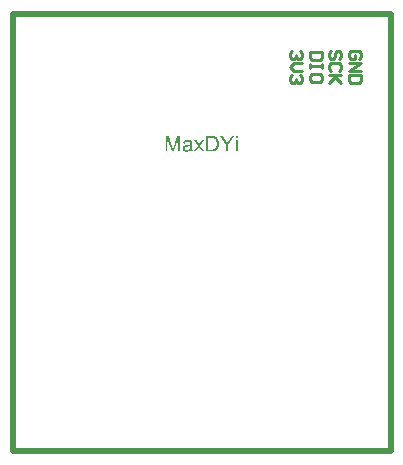
<source format=gto>
G04*
G04 #@! TF.GenerationSoftware,Altium Limited,Altium Designer,22.1.2 (22)*
G04*
G04 Layer_Color=65535*
%FSLAX25Y25*%
%MOIN*%
G70*
G04*
G04 #@! TF.SameCoordinates,F82994AF-303A-43CC-98E4-720CC67364FB*
G04*
G04*
G04 #@! TF.FilePolarity,Positive*
G04*
G01*
G75*
%ADD10C,0.02000*%
%ADD11C,0.01000*%
G36*
X75010Y116057D02*
X74381D01*
Y116774D01*
X75010D01*
Y116057D01*
D02*
G37*
G36*
X71806Y113822D02*
Y111653D01*
X71125D01*
Y113822D01*
X69149Y116774D01*
X69970D01*
X70977Y115220D01*
Y115213D01*
X70991Y115198D01*
X71006Y115176D01*
X71021Y115146D01*
X71051Y115109D01*
X71080Y115065D01*
X71147Y114954D01*
X71228Y114821D01*
X71317Y114673D01*
X71413Y114517D01*
X71502Y114355D01*
Y114362D01*
X71509Y114377D01*
X71524Y114399D01*
X71547Y114428D01*
X71569Y114465D01*
X71598Y114510D01*
X71665Y114621D01*
X71746Y114754D01*
X71842Y114910D01*
X71953Y115080D01*
X72072Y115265D01*
X73056Y116774D01*
X73848D01*
X71806Y113822D01*
D02*
G37*
G36*
X62555Y113577D02*
X63910Y111653D01*
X63140D01*
X62371Y112801D01*
X62193Y113074D01*
X61194Y111653D01*
X60432D01*
X61786Y113577D01*
X60535Y115368D01*
X61305D01*
X61889Y114488D01*
X61897Y114480D01*
X61919Y114451D01*
X61949Y114399D01*
X61986Y114347D01*
X62023Y114280D01*
X62067Y114214D01*
X62112Y114147D01*
X62148Y114081D01*
X62156Y114088D01*
X62178Y114118D01*
X62208Y114162D01*
X62245Y114214D01*
X62289Y114280D01*
X62334Y114347D01*
X62430Y114488D01*
X63059Y115368D01*
X63821D01*
X62555Y113577D01*
D02*
G37*
G36*
X55858Y111653D02*
X55207D01*
Y115938D01*
X53712Y111653D01*
X53106D01*
X51626Y116012D01*
Y111653D01*
X50975D01*
Y116774D01*
X51988D01*
X53202Y113141D01*
Y113134D01*
X53209Y113119D01*
X53217Y113096D01*
X53232Y113059D01*
X53261Y112971D01*
X53298Y112860D01*
X53335Y112734D01*
X53379Y112608D01*
X53417Y112490D01*
X53446Y112386D01*
X53453Y112401D01*
X53461Y112438D01*
X53483Y112504D01*
X53513Y112593D01*
X53550Y112712D01*
X53601Y112852D01*
X53653Y113015D01*
X53720Y113207D01*
X54948Y116774D01*
X55858D01*
Y111653D01*
D02*
G37*
G36*
X75010D02*
X74381D01*
Y115368D01*
X75010D01*
Y111653D01*
D02*
G37*
G36*
X66625Y116767D02*
X66773Y116760D01*
X66922Y116745D01*
X67070Y116723D01*
X67195Y116700D01*
X67203D01*
X67217Y116693D01*
X67240D01*
X67269Y116678D01*
X67351Y116656D01*
X67454Y116619D01*
X67573Y116567D01*
X67699Y116500D01*
X67824Y116427D01*
X67943Y116330D01*
X67950Y116323D01*
X67958Y116315D01*
X67980Y116293D01*
X68009Y116271D01*
X68083Y116197D01*
X68172Y116094D01*
X68268Y115968D01*
X68372Y115820D01*
X68468Y115649D01*
X68550Y115457D01*
Y115450D01*
X68557Y115435D01*
X68572Y115405D01*
X68579Y115361D01*
X68601Y115309D01*
X68616Y115250D01*
X68631Y115183D01*
X68653Y115102D01*
X68675Y115021D01*
X68690Y114924D01*
X68727Y114717D01*
X68749Y114488D01*
X68757Y114236D01*
Y114229D01*
Y114214D01*
Y114177D01*
Y114140D01*
X68749Y114088D01*
Y114029D01*
X68742Y113888D01*
X68720Y113725D01*
X68698Y113555D01*
X68660Y113378D01*
X68616Y113200D01*
Y113193D01*
X68609Y113178D01*
X68601Y113156D01*
X68594Y113126D01*
X68564Y113045D01*
X68520Y112941D01*
X68476Y112823D01*
X68416Y112704D01*
X68342Y112578D01*
X68268Y112460D01*
X68261Y112445D01*
X68231Y112408D01*
X68187Y112356D01*
X68128Y112290D01*
X68061Y112216D01*
X67980Y112142D01*
X67898Y112060D01*
X67802Y111994D01*
X67787Y111986D01*
X67758Y111964D01*
X67706Y111935D01*
X67632Y111898D01*
X67543Y111853D01*
X67440Y111816D01*
X67321Y111772D01*
X67188Y111735D01*
X67173D01*
X67151Y111727D01*
X67129Y111720D01*
X67055Y111713D01*
X66951Y111698D01*
X66833Y111683D01*
X66692Y111668D01*
X66537Y111661D01*
X66366Y111653D01*
X64524D01*
Y116774D01*
X66492D01*
X66625Y116767D01*
D02*
G37*
G36*
X58611Y115442D02*
X58722Y115435D01*
X58848Y115420D01*
X58974Y115398D01*
X59100Y115368D01*
X59218Y115331D01*
X59233Y115324D01*
X59270Y115309D01*
X59322Y115287D01*
X59388Y115257D01*
X59462Y115213D01*
X59536Y115168D01*
X59603Y115109D01*
X59662Y115050D01*
X59670Y115043D01*
X59684Y115021D01*
X59706Y114983D01*
X59736Y114939D01*
X59773Y114873D01*
X59803Y114806D01*
X59832Y114725D01*
X59855Y114628D01*
Y114621D01*
X59862Y114599D01*
X59869Y114554D01*
X59877Y114495D01*
Y114414D01*
X59884Y114318D01*
X59891Y114192D01*
Y114051D01*
Y113207D01*
Y113200D01*
Y113171D01*
Y113126D01*
Y113067D01*
Y113000D01*
Y112919D01*
X59899Y112741D01*
Y112556D01*
X59906Y112371D01*
X59914Y112290D01*
Y112216D01*
X59921Y112149D01*
X59929Y112098D01*
Y112090D01*
X59936Y112060D01*
X59943Y112016D01*
X59965Y111957D01*
X59980Y111890D01*
X60010Y111816D01*
X60047Y111735D01*
X60084Y111653D01*
X59425D01*
X59418Y111661D01*
X59411Y111690D01*
X59396Y111727D01*
X59373Y111787D01*
X59351Y111853D01*
X59337Y111935D01*
X59322Y112023D01*
X59307Y112120D01*
X59299D01*
X59292Y112105D01*
X59248Y112068D01*
X59181Y112016D01*
X59092Y111950D01*
X58981Y111883D01*
X58870Y111809D01*
X58752Y111742D01*
X58626Y111690D01*
X58611Y111683D01*
X58567Y111676D01*
X58500Y111653D01*
X58419Y111631D01*
X58315Y111609D01*
X58197Y111594D01*
X58064Y111580D01*
X57930Y111572D01*
X57871D01*
X57827Y111580D01*
X57775D01*
X57716Y111587D01*
X57583Y111609D01*
X57435Y111646D01*
X57272Y111698D01*
X57124Y111772D01*
X56991Y111868D01*
X56976Y111883D01*
X56939Y111920D01*
X56887Y111986D01*
X56828Y112075D01*
X56769Y112186D01*
X56717Y112312D01*
X56680Y112468D01*
X56673Y112541D01*
X56665Y112630D01*
Y112645D01*
Y112675D01*
X56673Y112726D01*
X56680Y112793D01*
X56695Y112874D01*
X56717Y112956D01*
X56747Y113045D01*
X56783Y113126D01*
X56791Y113134D01*
X56806Y113163D01*
X56835Y113207D01*
X56872Y113259D01*
X56917Y113319D01*
X56976Y113378D01*
X57035Y113437D01*
X57109Y113489D01*
X57117Y113496D01*
X57146Y113511D01*
X57183Y113540D01*
X57242Y113570D01*
X57309Y113600D01*
X57390Y113637D01*
X57472Y113666D01*
X57568Y113696D01*
X57575D01*
X57605Y113703D01*
X57649Y113718D01*
X57709Y113725D01*
X57783Y113740D01*
X57879Y113755D01*
X57990Y113777D01*
X58123Y113792D01*
X58130D01*
X58160Y113800D01*
X58197D01*
X58249Y113807D01*
X58308Y113814D01*
X58382Y113829D01*
X58463Y113837D01*
X58552Y113851D01*
X58730Y113888D01*
X58922Y113925D01*
X59092Y113970D01*
X59174Y113992D01*
X59248Y114014D01*
Y114022D01*
Y114036D01*
X59255Y114081D01*
Y114132D01*
Y114162D01*
Y114177D01*
Y114184D01*
Y114192D01*
Y114236D01*
X59248Y114310D01*
X59233Y114392D01*
X59211Y114480D01*
X59174Y114569D01*
X59129Y114650D01*
X59070Y114717D01*
X59063Y114725D01*
X59026Y114754D01*
X58966Y114784D01*
X58893Y114828D01*
X58789Y114865D01*
X58671Y114902D01*
X58522Y114924D01*
X58352Y114932D01*
X58278D01*
X58204Y114924D01*
X58101Y114910D01*
X57997Y114895D01*
X57886Y114865D01*
X57783Y114828D01*
X57694Y114776D01*
X57686Y114769D01*
X57657Y114747D01*
X57620Y114710D01*
X57575Y114650D01*
X57531Y114576D01*
X57479Y114480D01*
X57435Y114362D01*
X57390Y114229D01*
X56776Y114310D01*
Y114318D01*
X56783Y114325D01*
Y114347D01*
X56791Y114377D01*
X56813Y114443D01*
X56843Y114540D01*
X56880Y114636D01*
X56924Y114739D01*
X56983Y114843D01*
X57050Y114939D01*
X57057Y114946D01*
X57087Y114976D01*
X57131Y115021D01*
X57191Y115080D01*
X57272Y115139D01*
X57368Y115198D01*
X57479Y115265D01*
X57605Y115316D01*
X57612D01*
X57620Y115324D01*
X57642Y115331D01*
X57671Y115339D01*
X57745Y115361D01*
X57849Y115383D01*
X57968Y115405D01*
X58116Y115427D01*
X58271Y115442D01*
X58448Y115450D01*
X58530D01*
X58611Y115442D01*
D02*
G37*
%LPC*%
G36*
X66389Y116167D02*
X65205D01*
Y112260D01*
X66418D01*
X66470Y112268D01*
X66581Y112275D01*
X66707Y112283D01*
X66840Y112297D01*
X66973Y112320D01*
X67084Y112349D01*
X67099Y112356D01*
X67136Y112364D01*
X67188Y112386D01*
X67255Y112416D01*
X67329Y112460D01*
X67402Y112504D01*
X67476Y112556D01*
X67550Y112616D01*
X67558Y112630D01*
X67588Y112660D01*
X67632Y112712D01*
X67684Y112786D01*
X67743Y112882D01*
X67809Y112993D01*
X67869Y113119D01*
X67921Y113259D01*
Y113267D01*
X67928Y113282D01*
X67935Y113304D01*
X67943Y113333D01*
X67950Y113370D01*
X67965Y113422D01*
X67980Y113474D01*
X67994Y113533D01*
X68017Y113681D01*
X68039Y113851D01*
X68054Y114044D01*
X68061Y114251D01*
Y114258D01*
Y114288D01*
Y114325D01*
X68054Y114384D01*
Y114451D01*
X68046Y114525D01*
X68039Y114613D01*
X68032Y114702D01*
X67994Y114902D01*
X67950Y115109D01*
X67883Y115302D01*
X67839Y115398D01*
X67795Y115479D01*
Y115487D01*
X67780Y115501D01*
X67765Y115524D01*
X67750Y115553D01*
X67691Y115627D01*
X67617Y115716D01*
X67521Y115812D01*
X67410Y115909D01*
X67284Y115990D01*
X67151Y116057D01*
X67136Y116064D01*
X67099Y116071D01*
X67032Y116094D01*
X66936Y116116D01*
X66818Y116130D01*
X66670Y116153D01*
X66581Y116160D01*
X66485D01*
X66389Y116167D01*
D02*
G37*
G36*
X59255Y113518D02*
X59248D01*
X59240Y113511D01*
X59218Y113504D01*
X59188Y113496D01*
X59152Y113481D01*
X59107Y113467D01*
X59055Y113452D01*
X58996Y113437D01*
X58930Y113415D01*
X58848Y113400D01*
X58767Y113378D01*
X58671Y113356D01*
X58567Y113333D01*
X58463Y113311D01*
X58345Y113296D01*
X58219Y113274D01*
X58204D01*
X58160Y113267D01*
X58086Y113252D01*
X58004Y113237D01*
X57916Y113222D01*
X57827Y113200D01*
X57745Y113178D01*
X57671Y113148D01*
X57664D01*
X57642Y113134D01*
X57612Y113119D01*
X57583Y113096D01*
X57494Y113037D01*
X57420Y112949D01*
Y112941D01*
X57405Y112926D01*
X57398Y112897D01*
X57383Y112860D01*
X57368Y112815D01*
X57353Y112771D01*
X57346Y112712D01*
X57339Y112653D01*
Y112645D01*
Y112608D01*
X57346Y112564D01*
X57361Y112504D01*
X57383Y112438D01*
X57420Y112371D01*
X57464Y112297D01*
X57524Y112231D01*
X57531Y112223D01*
X57560Y112208D01*
X57605Y112179D01*
X57664Y112149D01*
X57745Y112120D01*
X57842Y112090D01*
X57953Y112075D01*
X58086Y112068D01*
X58145D01*
X58219Y112075D01*
X58301Y112090D01*
X58404Y112105D01*
X58508Y112135D01*
X58619Y112171D01*
X58730Y112223D01*
X58745Y112231D01*
X58774Y112253D01*
X58826Y112290D01*
X58885Y112342D01*
X58952Y112401D01*
X59026Y112475D01*
X59085Y112564D01*
X59144Y112660D01*
X59152Y112667D01*
X59159Y112697D01*
X59174Y112749D01*
X59196Y112815D01*
X59218Y112904D01*
X59233Y113008D01*
X59240Y113134D01*
X59248Y113282D01*
X59255Y113518D01*
D02*
G37*
%LPD*%
D10*
X0Y11811D02*
X125984D01*
X0Y157480D02*
X125984D01*
Y11811D02*
Y157480D01*
X0Y11811D02*
Y157480D01*
D11*
X95821Y145095D02*
X96487Y144429D01*
Y143096D01*
X95821Y142430D01*
X95155D01*
X94488Y143096D01*
Y143763D01*
Y143096D01*
X93822Y142430D01*
X93155D01*
X92489Y143096D01*
Y144429D01*
X93155Y145095D01*
X96487Y141097D02*
X93822D01*
X92489Y139764D01*
X93822Y138431D01*
X96487D01*
X95821Y137098D02*
X96487Y136432D01*
Y135099D01*
X95821Y134432D01*
X95155D01*
X94488Y135099D01*
Y135765D01*
Y135099D01*
X93822Y134432D01*
X93155D01*
X92489Y135099D01*
Y136432D01*
X93155Y137098D01*
X102982Y144762D02*
X98983D01*
Y142763D01*
X99650Y142096D01*
X102315D01*
X102982Y142763D01*
Y144762D01*
Y140763D02*
Y139430D01*
Y140097D01*
X98983D01*
Y140763D01*
Y139430D01*
X102982Y135432D02*
Y136765D01*
X102315Y137431D01*
X99650D01*
X98983Y136765D01*
Y135432D01*
X99650Y134765D01*
X102315D01*
X102982Y135432D01*
X108810Y142430D02*
X109476Y143096D01*
Y144429D01*
X108810Y145095D01*
X108143D01*
X107477Y144429D01*
Y143096D01*
X106810Y142430D01*
X106144D01*
X105477Y143096D01*
Y144429D01*
X106144Y145095D01*
X108810Y138431D02*
X109476Y139097D01*
Y140430D01*
X108810Y141097D01*
X106144D01*
X105477Y140430D01*
Y139097D01*
X106144Y138431D01*
X109476Y137098D02*
X105477D01*
X106810D01*
X109476Y134432D01*
X107477Y136432D01*
X105477Y134432D01*
X115304Y142430D02*
X115971Y143096D01*
Y144429D01*
X115304Y145095D01*
X112638D01*
X111972Y144429D01*
Y143096D01*
X112638Y142430D01*
X113971D01*
Y143763D01*
X111972Y141097D02*
X115971D01*
X111972Y138431D01*
X115971D01*
Y137098D02*
X111972D01*
Y135099D01*
X112638Y134432D01*
X115304D01*
X115971Y135099D01*
Y137098D01*
M02*

</source>
